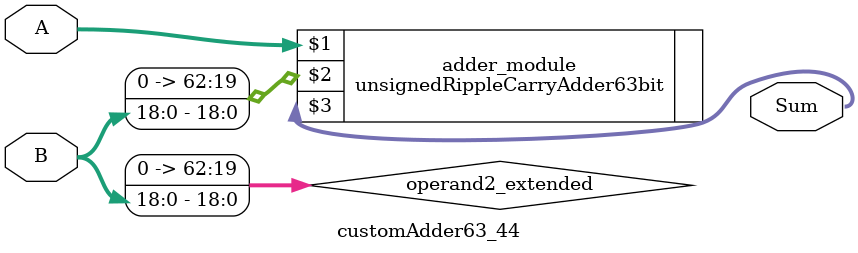
<source format=v>
module customAdder63_44(
                        input [62 : 0] A,
                        input [18 : 0] B,
                        
                        output [63 : 0] Sum
                );

        wire [62 : 0] operand2_extended;
        
        assign operand2_extended =  {44'b0, B};
        
        unsignedRippleCarryAdder63bit adder_module(
            A,
            operand2_extended,
            Sum
        );
        
        endmodule
        
</source>
